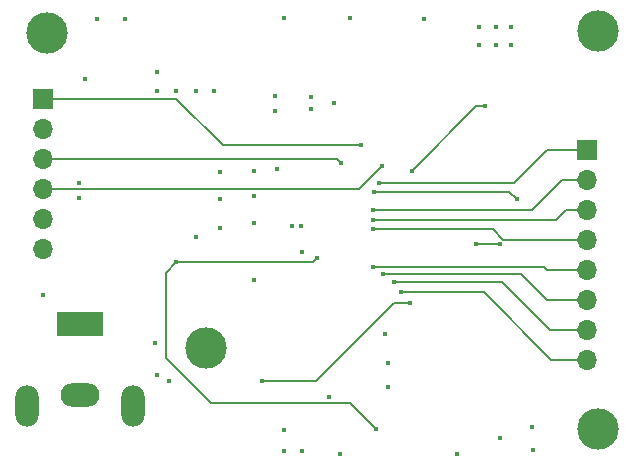
<source format=gbr>
%TF.GenerationSoftware,KiCad,Pcbnew,7.0.11-7.0.11~ubuntu22.04.1*%
%TF.CreationDate,2025-04-19T23:19:54+01:00*%
%TF.ProjectId,Mixed_Signal_Design,4d697865-645f-4536-9967-6e616c5f4465,rev?*%
%TF.SameCoordinates,Original*%
%TF.FileFunction,Copper,L4,Bot*%
%TF.FilePolarity,Positive*%
%FSLAX46Y46*%
G04 Gerber Fmt 4.6, Leading zero omitted, Abs format (unit mm)*
G04 Created by KiCad (PCBNEW 7.0.11-7.0.11~ubuntu22.04.1) date 2025-04-19 23:19:54*
%MOMM*%
%LPD*%
G01*
G04 APERTURE LIST*
%TA.AperFunction,ComponentPad*%
%ADD10R,1.700000X1.700000*%
%TD*%
%TA.AperFunction,ComponentPad*%
%ADD11O,1.700000X1.700000*%
%TD*%
%TA.AperFunction,ComponentPad*%
%ADD12C,3.500000*%
%TD*%
%TA.AperFunction,ComponentPad*%
%ADD13R,4.000000X2.000000*%
%TD*%
%TA.AperFunction,ComponentPad*%
%ADD14O,3.300000X2.000000*%
%TD*%
%TA.AperFunction,ComponentPad*%
%ADD15O,2.000000X3.500000*%
%TD*%
%TA.AperFunction,ViaPad*%
%ADD16C,0.400000*%
%TD*%
%TA.AperFunction,Conductor*%
%ADD17C,0.200000*%
%TD*%
G04 APERTURE END LIST*
D10*
%TO.P,J4,1,Pin_1*%
%TO.N,ADC1*%
X164846000Y-99695000D03*
D11*
%TO.P,J4,2,Pin_2*%
%TO.N,ADC2*%
X164846000Y-102235000D03*
%TO.P,J4,3,Pin_3*%
%TO.N,PC0*%
X164846000Y-104775000D03*
%TO.P,J4,4,Pin_4*%
%TO.N,PC1*%
X164846000Y-107315000D03*
%TO.P,J4,5,Pin_5*%
%TO.N,PC2*%
X164846000Y-109855000D03*
%TO.P,J4,6,Pin_6*%
%TO.N,PC3*%
X164846000Y-112395000D03*
%TO.P,J4,7,Pin_7*%
%TO.N,PC4*%
X164846000Y-114935000D03*
%TO.P,J4,8,Pin_8*%
%TO.N,PC5*%
X164846000Y-117475000D03*
%TD*%
D12*
%TO.P,H1,1,1*%
%TO.N,GNDD*%
X165735000Y-123317000D03*
%TD*%
D10*
%TO.P,J2,1,MISO*%
%TO.N,PB4*%
X118745000Y-95377000D03*
D11*
%TO.P,J2,2,VCC*%
%TO.N,+3V3D*%
X118745000Y-97917000D03*
%TO.P,J2,3,SCK*%
%TO.N,PB5*%
X118745000Y-100457000D03*
%TO.P,J2,4,MOSI*%
%TO.N,PB3*%
X118745000Y-102997000D03*
%TO.P,J2,5,~{RST}*%
%TO.N,RST*%
X118745000Y-105537000D03*
%TO.P,J2,6,GND*%
%TO.N,GNDD*%
X118745000Y-108077000D03*
%TD*%
D12*
%TO.P,H3,1,1*%
%TO.N,GNDD*%
X119126000Y-89789000D03*
%TD*%
D13*
%TO.P,J1,1,PWR*%
%TO.N,+9VD*%
X121920000Y-114412000D03*
D14*
%TO.P,J1,2,GND*%
%TO.N,GNDD*%
X121920000Y-120412000D03*
D15*
%TO.P,J1,MP*%
%TO.N,N/C*%
X117420000Y-121412000D03*
X126420000Y-121412000D03*
%TD*%
D12*
%TO.P,H4,1,1*%
%TO.N,GNDD*%
X132588000Y-116459000D03*
%TD*%
%TO.P,H2,1,1*%
%TO.N,GNDD*%
X165735000Y-89662000D03*
%TD*%
D16*
%TO.N,GNDD*%
X151003000Y-88646000D03*
X139192000Y-88519000D03*
X144780000Y-88519000D03*
X122301000Y-93726000D03*
X125730000Y-88646000D03*
X123317000Y-88646000D03*
X158369000Y-90805000D03*
X157099000Y-90805000D03*
X155702000Y-90805000D03*
X158369000Y-89281000D03*
X157099000Y-89281000D03*
X155702000Y-89281000D03*
%TO.N,Net-(D2-K)*%
X130048000Y-109220000D03*
X146939000Y-123317000D03*
X141986000Y-108839000D03*
%TO.N,GNDA*%
X149987000Y-101473000D03*
X156210000Y-96012000D03*
%TO.N,+5VD*%
X136652000Y-110744000D03*
X143891000Y-125476000D03*
X136652000Y-101473000D03*
X136652000Y-103632000D03*
X143002000Y-120650000D03*
X131699000Y-107061000D03*
X153797000Y-125476000D03*
X136652000Y-105918000D03*
%TO.N,PB5*%
X144018000Y-100838000D03*
%TO.N,RST*%
X137287000Y-119253000D03*
X149860000Y-112649000D03*
%TO.N,PC0*%
X146685000Y-105664000D03*
%TO.N,PC1*%
X146685000Y-106426000D03*
%TO.N,PC2*%
X146685000Y-109601000D03*
%TO.N,PC3*%
X147574000Y-110236000D03*
%TO.N,PC4*%
X148463000Y-110871000D03*
%TO.N,PC5*%
X149098000Y-111760000D03*
%TO.N,PB3*%
X147447000Y-101092000D03*
%TO.N,PB4*%
X145669000Y-99314000D03*
%TO.N,GNDD*%
X147955000Y-119761000D03*
X140716000Y-108331000D03*
X155448000Y-107696000D03*
X129413000Y-119253000D03*
X133223000Y-94742000D03*
X118745000Y-112014000D03*
X141478000Y-95250000D03*
X147955000Y-117729000D03*
X138430000Y-96393000D03*
X138430000Y-95123000D03*
X131699000Y-94742000D03*
X140589000Y-106172000D03*
X128270000Y-116078000D03*
X141478000Y-96266000D03*
X133731000Y-101600000D03*
X157480000Y-124079000D03*
X121793000Y-103759000D03*
X139827000Y-106172000D03*
X140716000Y-125222000D03*
X133731000Y-103886000D03*
X133731000Y-106299000D03*
X143383000Y-95758000D03*
X139192000Y-123444000D03*
X121793000Y-102489000D03*
X147701000Y-115316000D03*
X160147000Y-123190000D03*
X128397000Y-94742000D03*
X139192000Y-125222000D03*
X160274000Y-125095000D03*
X128397000Y-118745000D03*
X157480000Y-107696000D03*
X130048000Y-94742000D03*
X128397000Y-93091000D03*
X138557000Y-101346000D03*
%TO.N,ADC1*%
X147193000Y-102489000D03*
%TO.N,Net-(U4-AREF)*%
X146812000Y-103251000D03*
X158877000Y-103886000D03*
%TO.N,ADC2*%
X146685000Y-104775000D03*
%TD*%
D17*
%TO.N,Net-(D2-K)*%
X144780000Y-121158000D02*
X132969000Y-121158000D01*
X146939000Y-123317000D02*
X144780000Y-121158000D01*
X129159000Y-110109000D02*
X130048000Y-109220000D01*
X129159000Y-117348000D02*
X129159000Y-110109000D01*
X130048000Y-109220000D02*
X141605000Y-109220000D01*
X132969000Y-121158000D02*
X129159000Y-117348000D01*
X141605000Y-109220000D02*
X141986000Y-108839000D01*
%TO.N,GNDA*%
X156210000Y-96012000D02*
X155448000Y-96012000D01*
X155448000Y-96012000D02*
X149987000Y-101473000D01*
%TO.N,PB5*%
X143637000Y-100457000D02*
X118745000Y-100457000D01*
X144018000Y-100838000D02*
X143637000Y-100457000D01*
%TO.N,RST*%
X141859000Y-119253000D02*
X137287000Y-119253000D01*
X148463000Y-112649000D02*
X141859000Y-119253000D01*
X149860000Y-112649000D02*
X148463000Y-112649000D01*
%TO.N,PC0*%
X162179000Y-105664000D02*
X163068000Y-104775000D01*
X163068000Y-104775000D02*
X164846000Y-104775000D01*
X146685000Y-105664000D02*
X162179000Y-105664000D01*
%TO.N,PC1*%
X156845000Y-106426000D02*
X157734000Y-107315000D01*
X146685000Y-106426000D02*
X156845000Y-106426000D01*
X157734000Y-107315000D02*
X164846000Y-107315000D01*
%TO.N,PC2*%
X161163000Y-109601000D02*
X161417000Y-109855000D01*
X146685000Y-109601000D02*
X161163000Y-109601000D01*
X161417000Y-109855000D02*
X164846000Y-109855000D01*
%TO.N,PC3*%
X161417000Y-112395000D02*
X164846000Y-112395000D01*
X147574000Y-110236000D02*
X159258000Y-110236000D01*
X159258000Y-110236000D02*
X161417000Y-112395000D01*
%TO.N,PC4*%
X157607000Y-110871000D02*
X161671000Y-114935000D01*
X161671000Y-114935000D02*
X164846000Y-114935000D01*
X148463000Y-110871000D02*
X157607000Y-110871000D01*
%TO.N,PC5*%
X161798000Y-117475000D02*
X164846000Y-117475000D01*
X156083000Y-111760000D02*
X161798000Y-117475000D01*
X149098000Y-111760000D02*
X156083000Y-111760000D01*
%TO.N,PB3*%
X145542000Y-102997000D02*
X118745000Y-102997000D01*
X147447000Y-101092000D02*
X145542000Y-102997000D01*
%TO.N,PB4*%
X130048000Y-95377000D02*
X118745000Y-95377000D01*
X133985000Y-99314000D02*
X130048000Y-95377000D01*
X145669000Y-99314000D02*
X133985000Y-99314000D01*
%TO.N,GNDD*%
X155448000Y-107696000D02*
X157480000Y-107696000D01*
%TO.N,ADC1*%
X161417000Y-99695000D02*
X164846000Y-99695000D01*
X147193000Y-102489000D02*
X158623000Y-102489000D01*
X158623000Y-102489000D02*
X161417000Y-99695000D01*
%TO.N,Net-(U4-AREF)*%
X146812000Y-103251000D02*
X158242000Y-103251000D01*
X158242000Y-103251000D02*
X158877000Y-103886000D01*
%TO.N,ADC2*%
X162687000Y-102235000D02*
X164846000Y-102235000D01*
X146685000Y-104775000D02*
X160147000Y-104775000D01*
X160147000Y-104775000D02*
X162687000Y-102235000D01*
%TD*%
M02*

</source>
